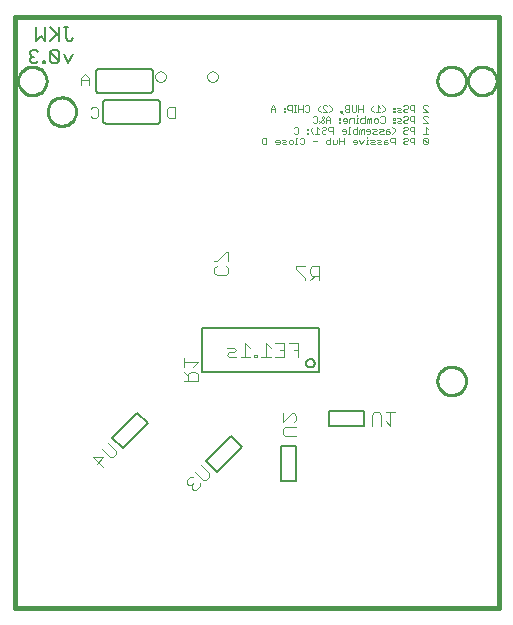
<source format=gbo>
G75*
%MOIN*%
%OFA0B0*%
%FSLAX24Y24*%
%IPPOS*%
%LPD*%
%AMOC8*
5,1,8,0,0,1.08239X$1,22.5*
%
%ADD10C,0.0160*%
%ADD11C,0.0060*%
%ADD12C,0.0030*%
%ADD13C,0.0020*%
%ADD14C,0.0100*%
%ADD15C,0.0080*%
%ADD16C,0.0040*%
%ADD17C,0.0000*%
%ADD18C,0.0050*%
D10*
X001046Y004003D02*
X017188Y004003D01*
X017188Y023688D01*
X001046Y023688D01*
X001046Y004003D01*
D11*
X004093Y020138D02*
X005793Y020138D01*
X005810Y020140D01*
X005827Y020144D01*
X005843Y020151D01*
X005857Y020161D01*
X005870Y020174D01*
X005880Y020188D01*
X005887Y020204D01*
X005891Y020221D01*
X005893Y020238D01*
X005893Y020838D01*
X005891Y020855D01*
X005887Y020872D01*
X005880Y020888D01*
X005870Y020902D01*
X005857Y020915D01*
X005843Y020925D01*
X005827Y020932D01*
X005810Y020936D01*
X005793Y020938D01*
X004093Y020938D01*
X004076Y020936D01*
X004059Y020932D01*
X004043Y020925D01*
X004029Y020915D01*
X004016Y020902D01*
X004006Y020888D01*
X003999Y020872D01*
X003995Y020855D01*
X003993Y020838D01*
X003993Y020238D01*
X003995Y020221D01*
X003999Y020204D01*
X004006Y020188D01*
X004016Y020174D01*
X004029Y020161D01*
X004043Y020151D01*
X004059Y020144D01*
X004076Y020140D01*
X004093Y020138D01*
X003857Y021162D02*
X005557Y021162D01*
X005574Y021164D01*
X005591Y021168D01*
X005607Y021175D01*
X005621Y021185D01*
X005634Y021198D01*
X005644Y021212D01*
X005651Y021228D01*
X005655Y021245D01*
X005657Y021262D01*
X005657Y021862D01*
X005655Y021879D01*
X005651Y021896D01*
X005644Y021912D01*
X005634Y021926D01*
X005621Y021939D01*
X005607Y021949D01*
X005591Y021956D01*
X005574Y021960D01*
X005557Y021962D01*
X003857Y021962D01*
X003840Y021960D01*
X003823Y021956D01*
X003807Y021949D01*
X003793Y021939D01*
X003780Y021926D01*
X003770Y021912D01*
X003763Y021896D01*
X003759Y021879D01*
X003757Y021862D01*
X003757Y021262D01*
X003759Y021245D01*
X003763Y021228D01*
X003770Y021212D01*
X003780Y021198D01*
X003793Y021185D01*
X003807Y021175D01*
X003823Y021168D01*
X003840Y021164D01*
X003857Y021162D01*
X002839Y022153D02*
X002986Y022447D01*
X002693Y022447D02*
X002839Y022153D01*
X002526Y022227D02*
X002526Y022520D01*
X002452Y022594D01*
X002306Y022594D01*
X002232Y022520D01*
X002526Y022227D01*
X002452Y022153D01*
X002306Y022153D01*
X002232Y022227D01*
X002232Y022520D01*
X002232Y022903D02*
X002452Y023123D01*
X002526Y023050D02*
X002232Y023344D01*
X002065Y023344D02*
X002065Y022903D01*
X001919Y023050D01*
X001772Y022903D01*
X001772Y023344D01*
X001762Y022594D02*
X001615Y022594D01*
X001542Y022520D01*
X001542Y022447D01*
X001615Y022373D01*
X001542Y022300D01*
X001542Y022227D01*
X001615Y022153D01*
X001762Y022153D01*
X001835Y022227D01*
X001992Y022227D02*
X001992Y022153D01*
X002065Y022153D01*
X002065Y022227D01*
X001992Y022227D01*
X001688Y022373D02*
X001615Y022373D01*
X001835Y022520D02*
X001762Y022594D01*
X002526Y022903D02*
X002526Y023344D01*
X002693Y023344D02*
X002839Y023344D01*
X002766Y023344D02*
X002766Y022977D01*
X002839Y022903D01*
X002913Y022903D01*
X002986Y022977D01*
D12*
X003388Y021790D02*
X003264Y021666D01*
X003264Y021420D01*
X003264Y021605D02*
X003511Y021605D01*
X003511Y021666D02*
X003388Y021790D01*
X003511Y021666D02*
X003511Y021420D01*
X003641Y020687D02*
X003764Y020687D01*
X003826Y020626D01*
X003826Y020379D01*
X003764Y020317D01*
X003641Y020317D01*
X003579Y020379D01*
X003579Y020626D02*
X003641Y020687D01*
X006138Y020626D02*
X006138Y020379D01*
X006200Y020317D01*
X006385Y020317D01*
X006385Y020687D01*
X006200Y020687D01*
X006138Y020626D01*
D13*
X009291Y019630D02*
X009291Y019483D01*
X009328Y019446D01*
X009438Y019446D01*
X009438Y019666D01*
X009328Y019666D01*
X009291Y019630D01*
X009733Y019556D02*
X009733Y019519D01*
X009880Y019519D01*
X009880Y019483D02*
X009880Y019556D01*
X009843Y019593D01*
X009770Y019593D01*
X009733Y019556D01*
X009770Y019446D02*
X009843Y019446D01*
X009880Y019483D01*
X009954Y019483D02*
X009991Y019519D01*
X010064Y019519D01*
X010101Y019556D01*
X010064Y019593D01*
X009954Y019593D01*
X009954Y019483D02*
X009991Y019446D01*
X010101Y019446D01*
X010175Y019483D02*
X010175Y019556D01*
X010212Y019593D01*
X010285Y019593D01*
X010322Y019556D01*
X010322Y019483D01*
X010285Y019446D01*
X010212Y019446D01*
X010175Y019483D01*
X010396Y019446D02*
X010469Y019446D01*
X010433Y019446D02*
X010433Y019666D01*
X010469Y019666D01*
X010543Y019630D02*
X010580Y019666D01*
X010654Y019666D01*
X010690Y019630D01*
X010690Y019483D01*
X010654Y019446D01*
X010580Y019446D01*
X010543Y019483D01*
X010469Y019806D02*
X010396Y019806D01*
X010359Y019843D01*
X010469Y019806D02*
X010506Y019843D01*
X010506Y019990D01*
X010469Y020026D01*
X010396Y020026D01*
X010359Y019990D01*
X010359Y020526D02*
X010432Y020526D01*
X010396Y020526D02*
X010396Y020746D01*
X010432Y020746D02*
X010359Y020746D01*
X010285Y020746D02*
X010175Y020746D01*
X010138Y020710D01*
X010138Y020636D01*
X010175Y020599D01*
X010285Y020599D01*
X010285Y020526D02*
X010285Y020746D01*
X010507Y020746D02*
X010507Y020526D01*
X010507Y020636D02*
X010653Y020636D01*
X010728Y020563D02*
X010764Y020526D01*
X010838Y020526D01*
X010874Y020563D01*
X010874Y020710D01*
X010838Y020746D01*
X010764Y020746D01*
X010728Y020710D01*
X010653Y020746D02*
X010653Y020526D01*
X010985Y020350D02*
X011022Y020386D01*
X011095Y020386D01*
X011132Y020350D01*
X011132Y020203D01*
X011095Y020166D01*
X011022Y020166D01*
X010985Y020203D01*
X010985Y020026D02*
X010911Y019953D01*
X010911Y019879D01*
X010985Y019806D01*
X011059Y019806D02*
X011206Y019806D01*
X011132Y019806D02*
X011132Y020026D01*
X011206Y019953D01*
X011280Y019990D02*
X011317Y020026D01*
X011390Y020026D01*
X011427Y019990D01*
X011427Y019953D01*
X011390Y019916D01*
X011317Y019916D01*
X011280Y019879D01*
X011280Y019843D01*
X011317Y019806D01*
X011390Y019806D01*
X011427Y019843D01*
X011501Y019916D02*
X011538Y019879D01*
X011648Y019879D01*
X011648Y019806D02*
X011648Y020026D01*
X011538Y020026D01*
X011501Y019990D01*
X011501Y019916D01*
X011574Y019666D02*
X011574Y019446D01*
X011464Y019446D01*
X011427Y019483D01*
X011427Y019556D01*
X011464Y019593D01*
X011574Y019593D01*
X011648Y019593D02*
X011648Y019446D01*
X011758Y019446D01*
X011795Y019483D01*
X011795Y019593D01*
X011869Y019556D02*
X012016Y019556D01*
X012016Y019446D02*
X012016Y019666D01*
X011980Y019806D02*
X012053Y019806D01*
X012090Y019843D01*
X012090Y019916D01*
X012053Y019953D01*
X011980Y019953D01*
X011943Y019916D01*
X011943Y019879D01*
X012090Y019879D01*
X012164Y019806D02*
X012237Y019806D01*
X012200Y019806D02*
X012200Y020026D01*
X012237Y020026D01*
X012311Y019916D02*
X012348Y019953D01*
X012458Y019953D01*
X012458Y020026D02*
X012458Y019806D01*
X012348Y019806D01*
X012311Y019843D01*
X012311Y019916D01*
X012532Y019916D02*
X012532Y019806D01*
X012606Y019806D02*
X012606Y019916D01*
X012569Y019953D01*
X012532Y019916D01*
X012606Y019916D02*
X012642Y019953D01*
X012679Y019953D01*
X012679Y019806D01*
X012753Y019879D02*
X012900Y019879D01*
X012900Y019843D02*
X012900Y019916D01*
X012863Y019953D01*
X012790Y019953D01*
X012753Y019916D01*
X012753Y019879D01*
X012790Y019806D02*
X012863Y019806D01*
X012900Y019843D01*
X012974Y019843D02*
X013011Y019806D01*
X013121Y019806D01*
X013084Y019879D02*
X013121Y019916D01*
X013084Y019953D01*
X012974Y019953D01*
X013011Y019879D02*
X013084Y019879D01*
X013011Y019879D02*
X012974Y019843D01*
X013195Y019843D02*
X013232Y019806D01*
X013342Y019806D01*
X013416Y019806D02*
X013526Y019806D01*
X013563Y019843D01*
X013526Y019879D01*
X013416Y019879D01*
X013416Y019916D02*
X013416Y019806D01*
X013416Y019916D02*
X013453Y019953D01*
X013526Y019953D01*
X013637Y020026D02*
X013710Y019953D01*
X013710Y019879D01*
X013637Y019806D01*
X013600Y019666D02*
X013564Y019630D01*
X013564Y019556D01*
X013600Y019519D01*
X013710Y019519D01*
X013710Y019446D02*
X013710Y019666D01*
X013600Y019666D01*
X013453Y019593D02*
X013379Y019593D01*
X013343Y019556D01*
X013343Y019446D01*
X013453Y019446D01*
X013489Y019483D01*
X013453Y019519D01*
X013343Y019519D01*
X013268Y019556D02*
X013232Y019593D01*
X013122Y019593D01*
X013158Y019519D02*
X013122Y019483D01*
X013158Y019446D01*
X013268Y019446D01*
X013232Y019519D02*
X013268Y019556D01*
X013232Y019519D02*
X013158Y019519D01*
X013047Y019556D02*
X013011Y019593D01*
X012901Y019593D01*
X012826Y019593D02*
X012790Y019593D01*
X012790Y019446D01*
X012826Y019446D02*
X012753Y019446D01*
X012606Y019446D02*
X012532Y019593D01*
X012458Y019556D02*
X012421Y019593D01*
X012348Y019593D01*
X012311Y019556D01*
X012311Y019519D01*
X012458Y019519D01*
X012458Y019483D02*
X012458Y019556D01*
X012458Y019483D02*
X012421Y019446D01*
X012348Y019446D01*
X012606Y019446D02*
X012679Y019593D01*
X012790Y019666D02*
X012790Y019703D01*
X012937Y019519D02*
X013011Y019519D01*
X013047Y019556D01*
X013047Y019446D02*
X012937Y019446D01*
X012901Y019483D01*
X012937Y019519D01*
X013195Y019843D02*
X013232Y019879D01*
X013305Y019879D01*
X013342Y019916D01*
X013305Y019953D01*
X013195Y019953D01*
X013121Y020166D02*
X013158Y020203D01*
X013158Y020276D01*
X013121Y020313D01*
X013048Y020313D01*
X013011Y020276D01*
X013011Y020203D01*
X013048Y020166D01*
X013121Y020166D01*
X013232Y020203D02*
X013269Y020166D01*
X013342Y020166D01*
X013379Y020203D01*
X013379Y020350D01*
X013342Y020386D01*
X013269Y020386D01*
X013232Y020350D01*
X013232Y020526D02*
X013085Y020526D01*
X013158Y020526D02*
X013158Y020746D01*
X013232Y020673D01*
X013306Y020746D02*
X013379Y020673D01*
X013379Y020599D01*
X013306Y020526D01*
X013011Y020526D02*
X012937Y020599D01*
X012937Y020673D01*
X013011Y020746D01*
X012937Y020313D02*
X012900Y020313D01*
X012864Y020276D01*
X012827Y020313D01*
X012790Y020276D01*
X012790Y020166D01*
X012864Y020166D02*
X012864Y020276D01*
X012937Y020313D02*
X012937Y020166D01*
X012716Y020166D02*
X012716Y020386D01*
X012716Y020313D02*
X012606Y020313D01*
X012569Y020276D01*
X012569Y020203D01*
X012606Y020166D01*
X012716Y020166D01*
X012495Y020166D02*
X012422Y020166D01*
X012458Y020166D02*
X012458Y020313D01*
X012495Y020313D01*
X012458Y020386D02*
X012458Y020423D01*
X012495Y020526D02*
X012495Y020746D01*
X012421Y020746D02*
X012421Y020563D01*
X012385Y020526D01*
X012311Y020526D01*
X012275Y020563D01*
X012275Y020746D01*
X012200Y020746D02*
X012200Y020526D01*
X012090Y020526D01*
X012054Y020563D01*
X012054Y020599D01*
X012090Y020636D01*
X012200Y020636D01*
X012090Y020636D02*
X012054Y020673D01*
X012054Y020710D01*
X012090Y020746D01*
X012200Y020746D01*
X011943Y020563D02*
X011943Y020526D01*
X011906Y020526D01*
X011906Y020563D01*
X011943Y020563D01*
X011906Y020526D02*
X011979Y020453D01*
X012017Y020313D02*
X011980Y020276D01*
X011980Y020239D01*
X012127Y020239D01*
X012127Y020203D02*
X012127Y020276D01*
X012090Y020313D01*
X012017Y020313D01*
X011906Y020313D02*
X011906Y020276D01*
X011869Y020276D01*
X011869Y020313D01*
X011906Y020313D01*
X011906Y020203D02*
X011869Y020203D01*
X011869Y020166D01*
X011906Y020166D01*
X011906Y020203D01*
X012017Y020166D02*
X012090Y020166D01*
X012127Y020203D01*
X012201Y020166D02*
X012201Y020276D01*
X012238Y020313D01*
X012348Y020313D01*
X012348Y020166D01*
X012642Y020526D02*
X012642Y020746D01*
X012642Y020636D02*
X012495Y020636D01*
X011869Y019666D02*
X011869Y019446D01*
X011574Y020166D02*
X011574Y020313D01*
X011501Y020386D01*
X011427Y020313D01*
X011427Y020166D01*
X011353Y020203D02*
X011353Y020239D01*
X011280Y020313D01*
X011280Y020350D01*
X011316Y020386D01*
X011353Y020350D01*
X011353Y020313D01*
X011206Y020166D01*
X011206Y020239D02*
X011280Y020166D01*
X011316Y020166D01*
X011353Y020203D01*
X011427Y020276D02*
X011574Y020276D01*
X011538Y020526D02*
X011611Y020599D01*
X011611Y020673D01*
X011538Y020746D01*
X011464Y020710D02*
X011427Y020746D01*
X011354Y020746D01*
X011317Y020710D01*
X011317Y020673D01*
X011464Y020526D01*
X011317Y020526D01*
X011243Y020526D02*
X011169Y020599D01*
X011169Y020673D01*
X011243Y020746D01*
X010838Y019953D02*
X010838Y019916D01*
X010801Y019916D01*
X010801Y019953D01*
X010838Y019953D01*
X010838Y019843D02*
X010838Y019806D01*
X010801Y019806D01*
X010801Y019843D01*
X010838Y019843D01*
X010985Y019556D02*
X011132Y019556D01*
X010064Y020526D02*
X010064Y020563D01*
X010027Y020563D01*
X010027Y020526D01*
X010064Y020526D01*
X010064Y020636D02*
X010027Y020636D01*
X010027Y020673D01*
X010064Y020673D01*
X010064Y020636D01*
X009733Y020636D02*
X009586Y020636D01*
X009586Y020673D02*
X009586Y020526D01*
X009733Y020526D02*
X009733Y020673D01*
X009659Y020746D01*
X009586Y020673D01*
X013674Y020673D02*
X013674Y020636D01*
X013710Y020636D01*
X013710Y020673D01*
X013674Y020673D01*
X013674Y020563D02*
X013674Y020526D01*
X013710Y020526D01*
X013710Y020563D01*
X013674Y020563D01*
X013785Y020563D02*
X013821Y020526D01*
X013931Y020526D01*
X013895Y020599D02*
X013821Y020599D01*
X013785Y020563D01*
X013785Y020673D02*
X013895Y020673D01*
X013931Y020636D01*
X013895Y020599D01*
X014006Y020599D02*
X014006Y020563D01*
X014042Y020526D01*
X014116Y020526D01*
X014152Y020563D01*
X014116Y020636D02*
X014042Y020636D01*
X014006Y020599D01*
X014006Y020710D02*
X014042Y020746D01*
X014116Y020746D01*
X014152Y020710D01*
X014152Y020673D01*
X014116Y020636D01*
X014227Y020636D02*
X014263Y020599D01*
X014373Y020599D01*
X014373Y020526D02*
X014373Y020746D01*
X014263Y020746D01*
X014227Y020710D01*
X014227Y020636D01*
X014263Y020386D02*
X014227Y020350D01*
X014227Y020276D01*
X014263Y020239D01*
X014373Y020239D01*
X014373Y020166D02*
X014373Y020386D01*
X014263Y020386D01*
X014152Y020350D02*
X014152Y020313D01*
X014116Y020276D01*
X014042Y020276D01*
X014006Y020239D01*
X014006Y020203D01*
X014042Y020166D01*
X014116Y020166D01*
X014152Y020203D01*
X014152Y020350D02*
X014116Y020386D01*
X014042Y020386D01*
X014006Y020350D01*
X013931Y020276D02*
X013895Y020313D01*
X013785Y020313D01*
X013710Y020313D02*
X013710Y020276D01*
X013674Y020276D01*
X013674Y020313D01*
X013710Y020313D01*
X013710Y020203D02*
X013674Y020203D01*
X013674Y020166D01*
X013710Y020166D01*
X013710Y020203D01*
X013785Y020203D02*
X013821Y020239D01*
X013895Y020239D01*
X013931Y020276D01*
X013931Y020166D02*
X013821Y020166D01*
X013785Y020203D01*
X014006Y019990D02*
X014042Y020026D01*
X014116Y020026D01*
X014152Y019990D01*
X014152Y019953D01*
X014116Y019916D01*
X014042Y019916D01*
X014006Y019879D01*
X014006Y019843D01*
X014042Y019806D01*
X014116Y019806D01*
X014152Y019843D01*
X014227Y019916D02*
X014263Y019879D01*
X014373Y019879D01*
X014373Y019806D02*
X014373Y020026D01*
X014263Y020026D01*
X014227Y019990D01*
X014227Y019916D01*
X014263Y019666D02*
X014227Y019630D01*
X014227Y019556D01*
X014263Y019519D01*
X014373Y019519D01*
X014373Y019446D02*
X014373Y019666D01*
X014263Y019666D01*
X014152Y019630D02*
X014152Y019593D01*
X014116Y019556D01*
X014042Y019556D01*
X014006Y019519D01*
X014006Y019483D01*
X014042Y019446D01*
X014116Y019446D01*
X014152Y019483D01*
X014152Y019630D02*
X014116Y019666D01*
X014042Y019666D01*
X014006Y019630D01*
X014669Y019630D02*
X014669Y019483D01*
X014705Y019446D01*
X014779Y019446D01*
X014815Y019483D01*
X014669Y019630D01*
X014705Y019666D01*
X014779Y019666D01*
X014815Y019630D01*
X014815Y019483D01*
X014815Y019806D02*
X014669Y019806D01*
X014742Y019806D02*
X014742Y020026D01*
X014815Y019953D01*
X014815Y020166D02*
X014669Y020166D01*
X014815Y020166D02*
X014669Y020313D01*
X014669Y020350D01*
X014705Y020386D01*
X014779Y020386D01*
X014815Y020350D01*
X014815Y020526D02*
X014669Y020673D01*
X014669Y020710D01*
X014705Y020746D01*
X014779Y020746D01*
X014815Y020710D01*
X014815Y020526D02*
X014669Y020526D01*
D14*
X015139Y021562D02*
X015141Y021605D01*
X015147Y021648D01*
X015157Y021690D01*
X015170Y021731D01*
X015187Y021770D01*
X015208Y021808D01*
X015232Y021844D01*
X015259Y021878D01*
X015289Y021908D01*
X015322Y021936D01*
X015358Y021961D01*
X015395Y021983D01*
X015434Y022001D01*
X015475Y022015D01*
X015517Y022026D01*
X015559Y022033D01*
X015602Y022036D01*
X015645Y022035D01*
X015688Y022030D01*
X015730Y022021D01*
X015772Y022009D01*
X015812Y021992D01*
X015850Y021972D01*
X015886Y021949D01*
X015920Y021923D01*
X015952Y021893D01*
X015981Y021861D01*
X016006Y021826D01*
X016029Y021790D01*
X016048Y021751D01*
X016063Y021711D01*
X016075Y021669D01*
X016083Y021627D01*
X016087Y021584D01*
X016087Y021540D01*
X016083Y021497D01*
X016075Y021455D01*
X016063Y021413D01*
X016048Y021373D01*
X016029Y021334D01*
X016006Y021298D01*
X015981Y021263D01*
X015952Y021231D01*
X015920Y021201D01*
X015886Y021175D01*
X015850Y021152D01*
X015812Y021132D01*
X015772Y021115D01*
X015730Y021103D01*
X015688Y021094D01*
X015645Y021089D01*
X015602Y021088D01*
X015559Y021091D01*
X015517Y021098D01*
X015475Y021109D01*
X015434Y021123D01*
X015395Y021141D01*
X015358Y021163D01*
X015322Y021188D01*
X015289Y021216D01*
X015259Y021246D01*
X015232Y021280D01*
X015208Y021316D01*
X015187Y021354D01*
X015170Y021393D01*
X015157Y021434D01*
X015147Y021476D01*
X015141Y021519D01*
X015139Y021562D01*
X016162Y021562D02*
X016164Y021605D01*
X016170Y021648D01*
X016180Y021690D01*
X016193Y021731D01*
X016210Y021770D01*
X016231Y021808D01*
X016255Y021844D01*
X016282Y021878D01*
X016312Y021908D01*
X016345Y021936D01*
X016381Y021961D01*
X016418Y021983D01*
X016457Y022001D01*
X016498Y022015D01*
X016540Y022026D01*
X016582Y022033D01*
X016625Y022036D01*
X016668Y022035D01*
X016711Y022030D01*
X016753Y022021D01*
X016795Y022009D01*
X016835Y021992D01*
X016873Y021972D01*
X016909Y021949D01*
X016943Y021923D01*
X016975Y021893D01*
X017004Y021861D01*
X017029Y021826D01*
X017052Y021790D01*
X017071Y021751D01*
X017086Y021711D01*
X017098Y021669D01*
X017106Y021627D01*
X017110Y021584D01*
X017110Y021540D01*
X017106Y021497D01*
X017098Y021455D01*
X017086Y021413D01*
X017071Y021373D01*
X017052Y021334D01*
X017029Y021298D01*
X017004Y021263D01*
X016975Y021231D01*
X016943Y021201D01*
X016909Y021175D01*
X016873Y021152D01*
X016835Y021132D01*
X016795Y021115D01*
X016753Y021103D01*
X016711Y021094D01*
X016668Y021089D01*
X016625Y021088D01*
X016582Y021091D01*
X016540Y021098D01*
X016498Y021109D01*
X016457Y021123D01*
X016418Y021141D01*
X016381Y021163D01*
X016345Y021188D01*
X016312Y021216D01*
X016282Y021246D01*
X016255Y021280D01*
X016231Y021316D01*
X016210Y021354D01*
X016193Y021393D01*
X016180Y021434D01*
X016170Y021476D01*
X016164Y021519D01*
X016162Y021562D01*
X015139Y011562D02*
X015141Y011605D01*
X015147Y011648D01*
X015157Y011690D01*
X015170Y011731D01*
X015187Y011770D01*
X015208Y011808D01*
X015232Y011844D01*
X015259Y011878D01*
X015289Y011908D01*
X015322Y011936D01*
X015358Y011961D01*
X015395Y011983D01*
X015434Y012001D01*
X015475Y012015D01*
X015517Y012026D01*
X015559Y012033D01*
X015602Y012036D01*
X015645Y012035D01*
X015688Y012030D01*
X015730Y012021D01*
X015772Y012009D01*
X015812Y011992D01*
X015850Y011972D01*
X015886Y011949D01*
X015920Y011923D01*
X015952Y011893D01*
X015981Y011861D01*
X016006Y011826D01*
X016029Y011790D01*
X016048Y011751D01*
X016063Y011711D01*
X016075Y011669D01*
X016083Y011627D01*
X016087Y011584D01*
X016087Y011540D01*
X016083Y011497D01*
X016075Y011455D01*
X016063Y011413D01*
X016048Y011373D01*
X016029Y011334D01*
X016006Y011298D01*
X015981Y011263D01*
X015952Y011231D01*
X015920Y011201D01*
X015886Y011175D01*
X015850Y011152D01*
X015812Y011132D01*
X015772Y011115D01*
X015730Y011103D01*
X015688Y011094D01*
X015645Y011089D01*
X015602Y011088D01*
X015559Y011091D01*
X015517Y011098D01*
X015475Y011109D01*
X015434Y011123D01*
X015395Y011141D01*
X015358Y011163D01*
X015322Y011188D01*
X015289Y011216D01*
X015259Y011246D01*
X015232Y011280D01*
X015208Y011316D01*
X015187Y011354D01*
X015170Y011393D01*
X015157Y011434D01*
X015147Y011476D01*
X015141Y011519D01*
X015139Y011562D01*
X002147Y020538D02*
X002149Y020581D01*
X002155Y020624D01*
X002165Y020666D01*
X002178Y020707D01*
X002195Y020746D01*
X002216Y020784D01*
X002240Y020820D01*
X002267Y020854D01*
X002297Y020884D01*
X002330Y020912D01*
X002366Y020937D01*
X002403Y020959D01*
X002442Y020977D01*
X002483Y020991D01*
X002525Y021002D01*
X002567Y021009D01*
X002610Y021012D01*
X002653Y021011D01*
X002696Y021006D01*
X002738Y020997D01*
X002780Y020985D01*
X002820Y020968D01*
X002858Y020948D01*
X002894Y020925D01*
X002928Y020899D01*
X002960Y020869D01*
X002989Y020837D01*
X003014Y020802D01*
X003037Y020766D01*
X003056Y020727D01*
X003071Y020687D01*
X003083Y020645D01*
X003091Y020603D01*
X003095Y020560D01*
X003095Y020516D01*
X003091Y020473D01*
X003083Y020431D01*
X003071Y020389D01*
X003056Y020349D01*
X003037Y020310D01*
X003014Y020274D01*
X002989Y020239D01*
X002960Y020207D01*
X002928Y020177D01*
X002894Y020151D01*
X002858Y020128D01*
X002820Y020108D01*
X002780Y020091D01*
X002738Y020079D01*
X002696Y020070D01*
X002653Y020065D01*
X002610Y020064D01*
X002567Y020067D01*
X002525Y020074D01*
X002483Y020085D01*
X002442Y020099D01*
X002403Y020117D01*
X002366Y020139D01*
X002330Y020164D01*
X002297Y020192D01*
X002267Y020222D01*
X002240Y020256D01*
X002216Y020292D01*
X002195Y020330D01*
X002178Y020369D01*
X002165Y020410D01*
X002155Y020452D01*
X002149Y020495D01*
X002147Y020538D01*
X001162Y021562D02*
X001164Y021605D01*
X001170Y021648D01*
X001180Y021690D01*
X001193Y021731D01*
X001210Y021770D01*
X001231Y021808D01*
X001255Y021844D01*
X001282Y021878D01*
X001312Y021908D01*
X001345Y021936D01*
X001381Y021961D01*
X001418Y021983D01*
X001457Y022001D01*
X001498Y022015D01*
X001540Y022026D01*
X001582Y022033D01*
X001625Y022036D01*
X001668Y022035D01*
X001711Y022030D01*
X001753Y022021D01*
X001795Y022009D01*
X001835Y021992D01*
X001873Y021972D01*
X001909Y021949D01*
X001943Y021923D01*
X001975Y021893D01*
X002004Y021861D01*
X002029Y021826D01*
X002052Y021790D01*
X002071Y021751D01*
X002086Y021711D01*
X002098Y021669D01*
X002106Y021627D01*
X002110Y021584D01*
X002110Y021540D01*
X002106Y021497D01*
X002098Y021455D01*
X002086Y021413D01*
X002071Y021373D01*
X002052Y021334D01*
X002029Y021298D01*
X002004Y021263D01*
X001975Y021231D01*
X001943Y021201D01*
X001909Y021175D01*
X001873Y021152D01*
X001835Y021132D01*
X001795Y021115D01*
X001753Y021103D01*
X001711Y021094D01*
X001668Y021089D01*
X001625Y021088D01*
X001582Y021091D01*
X001540Y021098D01*
X001498Y021109D01*
X001457Y021123D01*
X001418Y021141D01*
X001381Y021163D01*
X001345Y021188D01*
X001312Y021216D01*
X001282Y021246D01*
X001255Y021280D01*
X001231Y021316D01*
X001210Y021354D01*
X001193Y021393D01*
X001180Y021434D01*
X001170Y021476D01*
X001164Y021519D01*
X001162Y021562D01*
D15*
X007301Y013315D02*
X007301Y011859D01*
X011199Y011859D01*
X011199Y013315D01*
X011191Y013315D02*
X007301Y013315D01*
X010762Y012154D02*
X010764Y012177D01*
X010770Y012200D01*
X010779Y012222D01*
X010792Y012241D01*
X010808Y012258D01*
X010826Y012273D01*
X010847Y012284D01*
X010869Y012292D01*
X010892Y012296D01*
X010916Y012296D01*
X010939Y012292D01*
X010961Y012284D01*
X010982Y012273D01*
X011000Y012258D01*
X011016Y012241D01*
X011029Y012222D01*
X011038Y012200D01*
X011044Y012177D01*
X011046Y012154D01*
X011044Y012131D01*
X011038Y012108D01*
X011029Y012086D01*
X011016Y012067D01*
X011000Y012050D01*
X010982Y012035D01*
X010961Y012024D01*
X010939Y012016D01*
X010916Y012012D01*
X010892Y012012D01*
X010869Y012016D01*
X010847Y012024D01*
X010826Y012035D01*
X010808Y012050D01*
X010792Y012067D01*
X010779Y012086D01*
X010770Y012108D01*
X010764Y012131D01*
X010762Y012154D01*
D16*
X010496Y012357D02*
X010496Y012817D01*
X010189Y012817D01*
X010036Y012817D02*
X010036Y012357D01*
X009729Y012357D01*
X009576Y012357D02*
X009269Y012357D01*
X009422Y012357D02*
X009422Y012817D01*
X009576Y012664D01*
X009729Y012817D02*
X010036Y012817D01*
X010036Y012587D02*
X009882Y012587D01*
X010343Y012587D02*
X010496Y012587D01*
X009115Y012434D02*
X009038Y012434D01*
X009038Y012357D01*
X009115Y012357D01*
X009115Y012434D01*
X008885Y012357D02*
X008578Y012357D01*
X008425Y012357D02*
X008194Y012357D01*
X008118Y012434D01*
X008194Y012510D01*
X008348Y012510D01*
X008425Y012587D01*
X008348Y012664D01*
X008118Y012664D01*
X008731Y012817D02*
X008731Y012357D01*
X008885Y012664D02*
X008731Y012817D01*
X007144Y012182D02*
X006684Y012182D01*
X006684Y012029D02*
X006684Y012336D01*
X006991Y012029D02*
X007144Y012182D01*
X007068Y011875D02*
X006914Y011875D01*
X006837Y011798D01*
X006837Y011568D01*
X006684Y011568D02*
X007144Y011568D01*
X007144Y011798D01*
X007068Y011875D01*
X006837Y011722D02*
X006684Y011875D01*
X004159Y009500D02*
X004431Y009229D01*
X004431Y009120D01*
X004322Y009012D01*
X004214Y009012D01*
X003942Y009283D01*
X003997Y009012D02*
X003671Y009012D01*
X003997Y008686D01*
X003780Y008795D02*
X003997Y009012D01*
X006781Y008264D02*
X006781Y008155D01*
X006836Y008101D01*
X006944Y008101D01*
X006944Y007992D01*
X006998Y007938D01*
X007107Y007938D01*
X007215Y008047D01*
X007215Y008155D01*
X007324Y008264D02*
X007053Y008535D01*
X006998Y008372D02*
X006890Y008372D01*
X006781Y008264D01*
X006944Y008101D02*
X006998Y008155D01*
X007324Y008264D02*
X007432Y008264D01*
X007541Y008372D01*
X007541Y008481D01*
X007270Y008752D01*
X009975Y009793D02*
X009975Y009947D01*
X010052Y010023D01*
X010436Y010023D01*
X010359Y010177D02*
X010436Y010253D01*
X010436Y010407D01*
X010359Y010484D01*
X010282Y010484D01*
X009975Y010177D01*
X009975Y010484D01*
X009975Y009793D02*
X010052Y009716D01*
X010436Y009716D01*
X012956Y010058D02*
X012956Y010442D01*
X013032Y010518D01*
X013186Y010518D01*
X013262Y010442D01*
X013262Y010058D01*
X013416Y010211D02*
X013569Y010058D01*
X013569Y010518D01*
X013416Y010518D02*
X013723Y010518D01*
X011197Y014917D02*
X011197Y015377D01*
X010967Y015377D01*
X010890Y015300D01*
X010890Y015147D01*
X010967Y015070D01*
X011197Y015070D01*
X011044Y015070D02*
X010890Y014917D01*
X010737Y014917D02*
X010737Y014993D01*
X010430Y015300D01*
X010430Y015377D01*
X010737Y015377D01*
X008164Y015328D02*
X008164Y015175D01*
X008087Y015098D01*
X007780Y015098D01*
X007704Y015175D01*
X007704Y015328D01*
X007780Y015405D01*
X007780Y015559D02*
X007704Y015559D01*
X007780Y015559D02*
X008087Y015866D01*
X008164Y015866D01*
X008164Y015559D01*
X008087Y015405D02*
X008164Y015328D01*
D17*
X007464Y021700D02*
X007466Y021726D01*
X007472Y021752D01*
X007482Y021777D01*
X007495Y021800D01*
X007511Y021820D01*
X007531Y021838D01*
X007553Y021853D01*
X007576Y021865D01*
X007602Y021873D01*
X007628Y021877D01*
X007654Y021877D01*
X007680Y021873D01*
X007706Y021865D01*
X007730Y021853D01*
X007751Y021838D01*
X007771Y021820D01*
X007787Y021800D01*
X007800Y021777D01*
X007810Y021752D01*
X007816Y021726D01*
X007818Y021700D01*
X007816Y021674D01*
X007810Y021648D01*
X007800Y021623D01*
X007787Y021600D01*
X007771Y021580D01*
X007751Y021562D01*
X007729Y021547D01*
X007706Y021535D01*
X007680Y021527D01*
X007654Y021523D01*
X007628Y021523D01*
X007602Y021527D01*
X007576Y021535D01*
X007552Y021547D01*
X007531Y021562D01*
X007511Y021580D01*
X007495Y021600D01*
X007482Y021623D01*
X007472Y021648D01*
X007466Y021674D01*
X007464Y021700D01*
X005731Y021700D02*
X005733Y021726D01*
X005739Y021752D01*
X005749Y021777D01*
X005762Y021800D01*
X005778Y021820D01*
X005798Y021838D01*
X005820Y021853D01*
X005843Y021865D01*
X005869Y021873D01*
X005895Y021877D01*
X005921Y021877D01*
X005947Y021873D01*
X005973Y021865D01*
X005997Y021853D01*
X006018Y021838D01*
X006038Y021820D01*
X006054Y021800D01*
X006067Y021777D01*
X006077Y021752D01*
X006083Y021726D01*
X006085Y021700D01*
X006083Y021674D01*
X006077Y021648D01*
X006067Y021623D01*
X006054Y021600D01*
X006038Y021580D01*
X006018Y021562D01*
X005996Y021547D01*
X005973Y021535D01*
X005947Y021527D01*
X005921Y021523D01*
X005895Y021523D01*
X005869Y021527D01*
X005843Y021535D01*
X005819Y021547D01*
X005798Y021562D01*
X005778Y021580D01*
X005762Y021600D01*
X005749Y021623D01*
X005739Y021648D01*
X005733Y021674D01*
X005731Y021700D01*
D18*
X005141Y010507D02*
X004306Y009672D01*
X004667Y009310D01*
X005503Y010145D01*
X005141Y010507D01*
X007416Y008884D02*
X007778Y008523D01*
X008613Y009358D01*
X008251Y009720D01*
X007416Y008884D01*
X009924Y009397D02*
X009924Y008216D01*
X010436Y008216D01*
X010436Y009397D01*
X009924Y009397D01*
X011518Y010046D02*
X012699Y010046D01*
X012699Y010558D01*
X011518Y010558D01*
X011518Y010046D01*
M02*

</source>
